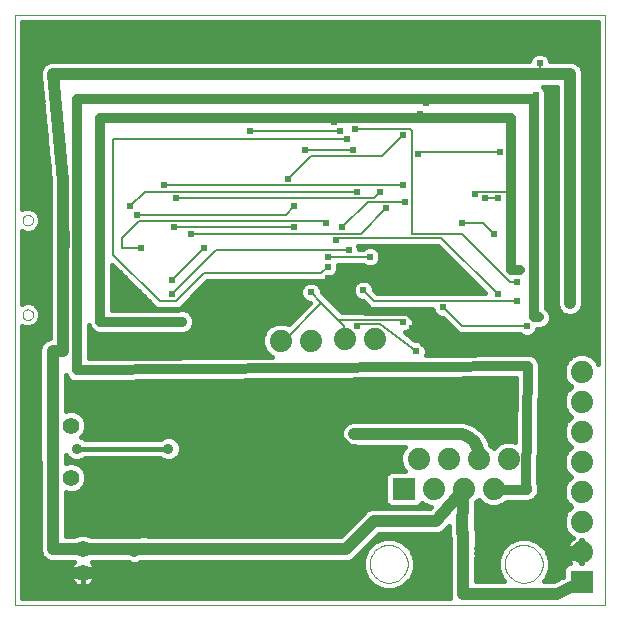
<source format=gbl>
G75*
G70*
%OFA0B0*%
%FSLAX24Y24*%
%IPPOS*%
%LPD*%
%AMOC8*
5,1,8,0,0,1.08239X$1,22.5*
%
%ADD10C,0.0000*%
%ADD11C,0.0560*%
%ADD12C,0.0554*%
%ADD13C,0.0740*%
%ADD14R,0.0740X0.0740*%
%ADD15C,0.0400*%
%ADD16C,0.0320*%
%ADD17C,0.0360*%
%ADD18C,0.0060*%
%ADD19C,0.0240*%
%ADD20C,0.0240*%
%ADD21C,0.0531*%
%ADD22C,0.0500*%
%ADD23C,0.0160*%
%ADD24C,0.0356*%
D10*
X004202Y003014D02*
X004202Y022699D01*
X023887Y022699D01*
X023887Y003014D01*
X004202Y003014D01*
X004460Y012699D02*
X004462Y012725D01*
X004468Y012751D01*
X004477Y012775D01*
X004490Y012798D01*
X004507Y012818D01*
X004526Y012836D01*
X004548Y012851D01*
X004571Y012862D01*
X004596Y012870D01*
X004622Y012874D01*
X004648Y012874D01*
X004674Y012870D01*
X004699Y012862D01*
X004723Y012851D01*
X004744Y012836D01*
X004763Y012818D01*
X004780Y012798D01*
X004793Y012775D01*
X004802Y012751D01*
X004808Y012725D01*
X004810Y012699D01*
X004808Y012673D01*
X004802Y012647D01*
X004793Y012623D01*
X004780Y012600D01*
X004763Y012580D01*
X004744Y012562D01*
X004722Y012547D01*
X004699Y012536D01*
X004674Y012528D01*
X004648Y012524D01*
X004622Y012524D01*
X004596Y012528D01*
X004571Y012536D01*
X004547Y012547D01*
X004526Y012562D01*
X004507Y012580D01*
X004490Y012600D01*
X004477Y012623D01*
X004468Y012647D01*
X004462Y012673D01*
X004460Y012699D01*
X004460Y015849D02*
X004462Y015875D01*
X004468Y015901D01*
X004477Y015925D01*
X004490Y015948D01*
X004507Y015968D01*
X004526Y015986D01*
X004548Y016001D01*
X004571Y016012D01*
X004596Y016020D01*
X004622Y016024D01*
X004648Y016024D01*
X004674Y016020D01*
X004699Y016012D01*
X004723Y016001D01*
X004744Y015986D01*
X004763Y015968D01*
X004780Y015948D01*
X004793Y015925D01*
X004802Y015901D01*
X004808Y015875D01*
X004810Y015849D01*
X004808Y015823D01*
X004802Y015797D01*
X004793Y015773D01*
X004780Y015750D01*
X004763Y015730D01*
X004744Y015712D01*
X004722Y015697D01*
X004699Y015686D01*
X004674Y015678D01*
X004648Y015674D01*
X004622Y015674D01*
X004596Y015678D01*
X004571Y015686D01*
X004547Y015697D01*
X004526Y015712D01*
X004507Y015730D01*
X004490Y015750D01*
X004477Y015773D01*
X004468Y015797D01*
X004462Y015823D01*
X004460Y015849D01*
X016037Y004392D02*
X016039Y004442D01*
X016045Y004492D01*
X016055Y004541D01*
X016069Y004589D01*
X016086Y004636D01*
X016107Y004681D01*
X016132Y004725D01*
X016160Y004766D01*
X016192Y004805D01*
X016226Y004842D01*
X016263Y004876D01*
X016303Y004906D01*
X016345Y004933D01*
X016389Y004957D01*
X016435Y004978D01*
X016482Y004994D01*
X016530Y005007D01*
X016580Y005016D01*
X016629Y005021D01*
X016680Y005022D01*
X016730Y005019D01*
X016779Y005012D01*
X016828Y005001D01*
X016876Y004986D01*
X016922Y004968D01*
X016967Y004946D01*
X017010Y004920D01*
X017051Y004891D01*
X017090Y004859D01*
X017126Y004824D01*
X017158Y004786D01*
X017188Y004746D01*
X017215Y004703D01*
X017238Y004659D01*
X017257Y004613D01*
X017273Y004565D01*
X017285Y004516D01*
X017293Y004467D01*
X017297Y004417D01*
X017297Y004367D01*
X017293Y004317D01*
X017285Y004268D01*
X017273Y004219D01*
X017257Y004171D01*
X017238Y004125D01*
X017215Y004081D01*
X017188Y004038D01*
X017158Y003998D01*
X017126Y003960D01*
X017090Y003925D01*
X017051Y003893D01*
X017010Y003864D01*
X016967Y003838D01*
X016922Y003816D01*
X016876Y003798D01*
X016828Y003783D01*
X016779Y003772D01*
X016730Y003765D01*
X016680Y003762D01*
X016629Y003763D01*
X016580Y003768D01*
X016530Y003777D01*
X016482Y003790D01*
X016435Y003806D01*
X016389Y003827D01*
X016345Y003851D01*
X016303Y003878D01*
X016263Y003908D01*
X016226Y003942D01*
X016192Y003979D01*
X016160Y004018D01*
X016132Y004059D01*
X016107Y004103D01*
X016086Y004148D01*
X016069Y004195D01*
X016055Y004243D01*
X016045Y004292D01*
X016039Y004342D01*
X016037Y004392D01*
X020537Y004392D02*
X020539Y004442D01*
X020545Y004492D01*
X020555Y004541D01*
X020569Y004589D01*
X020586Y004636D01*
X020607Y004681D01*
X020632Y004725D01*
X020660Y004766D01*
X020692Y004805D01*
X020726Y004842D01*
X020763Y004876D01*
X020803Y004906D01*
X020845Y004933D01*
X020889Y004957D01*
X020935Y004978D01*
X020982Y004994D01*
X021030Y005007D01*
X021080Y005016D01*
X021129Y005021D01*
X021180Y005022D01*
X021230Y005019D01*
X021279Y005012D01*
X021328Y005001D01*
X021376Y004986D01*
X021422Y004968D01*
X021467Y004946D01*
X021510Y004920D01*
X021551Y004891D01*
X021590Y004859D01*
X021626Y004824D01*
X021658Y004786D01*
X021688Y004746D01*
X021715Y004703D01*
X021738Y004659D01*
X021757Y004613D01*
X021773Y004565D01*
X021785Y004516D01*
X021793Y004467D01*
X021797Y004417D01*
X021797Y004367D01*
X021793Y004317D01*
X021785Y004268D01*
X021773Y004219D01*
X021757Y004171D01*
X021738Y004125D01*
X021715Y004081D01*
X021688Y004038D01*
X021658Y003998D01*
X021626Y003960D01*
X021590Y003925D01*
X021551Y003893D01*
X021510Y003864D01*
X021467Y003838D01*
X021422Y003816D01*
X021376Y003798D01*
X021328Y003783D01*
X021279Y003772D01*
X021230Y003765D01*
X021180Y003762D01*
X021129Y003763D01*
X021080Y003768D01*
X021030Y003777D01*
X020982Y003790D01*
X020935Y003806D01*
X020889Y003827D01*
X020845Y003851D01*
X020803Y003878D01*
X020763Y003908D01*
X020726Y003942D01*
X020692Y003979D01*
X020660Y004018D01*
X020632Y004059D01*
X020607Y004103D01*
X020586Y004148D01*
X020569Y004195D01*
X020555Y004243D01*
X020545Y004292D01*
X020539Y004342D01*
X020537Y004392D01*
D11*
X006466Y004097D03*
X006466Y004884D03*
D12*
X006072Y007266D03*
X006072Y008998D03*
D13*
X013062Y011831D03*
X014062Y011831D03*
X015210Y011872D03*
X016210Y011872D03*
X017667Y007892D03*
X018667Y007892D03*
X019667Y007892D03*
X020667Y007892D03*
X020167Y006892D03*
X019167Y006892D03*
X018167Y006892D03*
X023100Y006801D03*
X023100Y005801D03*
X023100Y004801D03*
X023100Y007801D03*
X023100Y008801D03*
X023100Y009801D03*
X023100Y010801D03*
D14*
X017167Y006892D03*
X023100Y003801D03*
D15*
X023082Y003784D01*
X022291Y003390D01*
X019141Y003386D01*
X019158Y005436D01*
X019121Y005436D01*
X019141Y006695D01*
X019167Y006892D01*
X018236Y005814D01*
X016172Y005814D01*
X015242Y004884D01*
X008484Y004884D01*
X008192Y004884D01*
X008192Y004834D01*
X008192Y004884D02*
X006515Y004884D01*
X006466Y004884D01*
X005482Y004884D01*
X005462Y008124D01*
X005462Y011484D01*
X005812Y011484D01*
X005812Y014431D01*
X005812Y017154D01*
X005482Y020731D01*
X021702Y020731D01*
X022706Y020731D01*
X022706Y013103D01*
X022332Y011774D02*
X020722Y011774D01*
X018062Y011774D01*
X017883Y011774D01*
X018769Y008723D02*
X016899Y008723D01*
X015521Y008723D01*
X015542Y008194D02*
X015332Y008194D01*
X014562Y008964D01*
X014562Y009314D01*
X015542Y007844D02*
X010712Y007844D01*
X011692Y004097D02*
X007142Y004097D01*
X006466Y004097D01*
X004933Y004097D01*
X004902Y011624D01*
X004902Y011694D01*
X005252Y012254D01*
X005252Y017644D01*
X004902Y017644D01*
X004902Y021616D01*
X023444Y021616D01*
X023444Y021284D01*
X023444Y011774D01*
X022332Y011774D01*
X018966Y008723D02*
X018769Y008723D01*
X018966Y008723D02*
X019016Y008721D01*
X019066Y008716D01*
X019115Y008707D01*
X019163Y008695D01*
X019211Y008679D01*
X019257Y008660D01*
X019302Y008637D01*
X019345Y008612D01*
X019386Y008583D01*
X019425Y008552D01*
X019462Y008518D01*
X019496Y008481D01*
X019527Y008442D01*
X019556Y008401D01*
X019581Y008358D01*
X019604Y008313D01*
X019623Y008267D01*
X019639Y008219D01*
X019651Y008171D01*
X019660Y008122D01*
X019665Y008072D01*
X019667Y008022D01*
X019667Y007892D01*
X015521Y004146D02*
X015521Y004097D01*
X011692Y004097D01*
X005812Y014431D02*
X005832Y015411D01*
D16*
X007057Y012463D02*
X007057Y019254D01*
X014842Y019254D01*
X017712Y019254D01*
X020738Y019254D01*
X020738Y016804D01*
X020738Y014185D01*
X021033Y014185D01*
X021525Y012610D02*
X021673Y012610D01*
X021525Y012610D02*
X021525Y019894D01*
X017922Y019894D01*
X006269Y019894D01*
X006269Y010839D01*
X021316Y010979D01*
X021250Y007075D01*
X021250Y007074D01*
X021282Y006864D01*
X020162Y006864D01*
X020092Y006864D01*
X021246Y006881D02*
X021250Y007075D01*
X009763Y012463D02*
X007057Y012463D01*
X008484Y004933D02*
X008484Y004884D01*
D17*
X008484Y004933D03*
X009320Y008231D03*
X006269Y008231D03*
X015521Y008723D03*
D18*
X017572Y011484D02*
X016382Y012394D01*
X015682Y012394D01*
X015612Y012324D01*
X015192Y012324D02*
X015192Y011904D01*
X015210Y011872D01*
X015192Y012324D02*
X014982Y012534D01*
X017082Y012534D01*
X017152Y012464D01*
X017292Y012674D02*
X017572Y012394D01*
X017432Y012254D01*
X017572Y012394D02*
X018062Y011904D01*
X018062Y011774D01*
X017292Y012674D02*
X015892Y012674D01*
X014632Y013934D01*
X014422Y014074D02*
X010502Y014074D01*
X009592Y013164D01*
X009032Y013164D01*
X007492Y014704D01*
X007492Y018554D01*
X015262Y018554D01*
X015472Y018204D02*
X013862Y018204D01*
X014072Y017994D02*
X016452Y017994D01*
X017152Y018694D01*
X017362Y018904D02*
X017432Y018834D01*
X017432Y015404D01*
X019112Y015404D01*
X020722Y013794D01*
X020932Y013794D01*
X020302Y013374D02*
X018412Y015264D01*
X014982Y015264D01*
X014912Y015194D01*
X015122Y015614D02*
X015962Y016454D01*
X017222Y016454D01*
X017152Y017014D02*
X009172Y017014D01*
X009592Y016594D02*
X016172Y016594D01*
X016382Y016804D01*
X016592Y016244D02*
X015752Y015404D01*
X010082Y015404D01*
X009522Y015614D02*
X013512Y015614D01*
X013232Y016034D02*
X008262Y016034D01*
X008332Y015824D02*
X007772Y015264D01*
X007772Y014914D01*
X008402Y014914D01*
X008332Y015824D02*
X014492Y015824D01*
X014562Y015754D01*
X015332Y014844D02*
X010922Y014844D01*
X009452Y013374D01*
X009452Y013864D02*
X010502Y014914D01*
X008542Y016804D02*
X015612Y016804D01*
X014072Y017994D02*
X013302Y017224D01*
X013512Y016314D02*
X013232Y016034D01*
X014632Y014634D02*
X016032Y014634D01*
X015822Y013514D02*
X016172Y013164D01*
X020932Y013164D01*
X021282Y012324D02*
X019112Y012324D01*
X018482Y012954D01*
X020722Y011904D02*
X020722Y011774D01*
X022332Y011774D02*
X022332Y011624D01*
X020162Y015404D02*
X019812Y015754D01*
X019112Y015754D01*
X019532Y016734D02*
X019602Y016804D01*
X020582Y016804D01*
X020738Y016804D01*
X020302Y016594D02*
X019882Y016594D01*
X020372Y018134D02*
X017712Y018134D01*
X017642Y018064D01*
X017362Y018904D02*
X015542Y018904D01*
X015052Y018834D02*
X012042Y018834D01*
X014842Y019114D02*
X014842Y019254D01*
X017712Y019254D02*
X017712Y019394D01*
X017922Y019744D02*
X017922Y019894D01*
X021525Y019894D02*
X021562Y020024D01*
X021702Y020731D02*
X021702Y021074D01*
X023382Y021284D02*
X023444Y021284D01*
X014632Y014284D02*
X014422Y014074D01*
X014072Y013444D02*
X014422Y013094D01*
X013162Y011834D01*
X013092Y011834D01*
X013062Y011831D01*
X014422Y013094D02*
X014982Y012534D01*
X020167Y006892D02*
X020162Y006864D01*
X023102Y004834D02*
X023102Y004764D01*
X023100Y004801D02*
X023102Y004834D01*
X008542Y016804D02*
X008052Y016314D01*
D19*
X008052Y016314D03*
X008262Y016034D03*
X008402Y014914D03*
X009522Y015614D03*
X010082Y015404D03*
X010502Y014914D03*
X009452Y013864D03*
X009452Y013374D03*
X009592Y016594D03*
X009172Y017014D03*
X012042Y018834D03*
X013302Y017224D03*
X013512Y016314D03*
X013512Y015614D03*
X014562Y015754D03*
X015122Y015614D03*
X014912Y015194D03*
X015332Y014844D03*
X014632Y014634D03*
X014632Y014284D03*
X014632Y013934D03*
X014072Y013444D03*
X015612Y012324D03*
X015822Y013514D03*
X016032Y014634D03*
X016592Y016244D03*
X016382Y016804D03*
X015612Y016804D03*
X015472Y018204D03*
X015262Y018554D03*
X015052Y018834D03*
X014842Y019114D03*
X015542Y018904D03*
X017152Y018694D03*
X017642Y018064D03*
X017152Y017014D03*
X017222Y016454D03*
X019112Y015754D03*
X019532Y016734D03*
X019882Y016594D03*
X020302Y016594D03*
X020162Y015404D03*
X020932Y013794D03*
X020302Y013374D03*
X020932Y013164D03*
X021282Y012324D03*
X020722Y011904D03*
X018482Y012954D03*
X017432Y012254D03*
X017152Y012464D03*
X017572Y011484D03*
X020372Y018134D03*
X021562Y020024D03*
X021702Y021074D03*
X023382Y021284D03*
X017922Y019744D03*
X017712Y019394D03*
X013862Y018204D03*
D20*
X011692Y004134D02*
X011692Y004097D01*
X007142Y004134D02*
X007142Y004097D01*
D21*
X007142Y004134D03*
X011692Y004134D03*
D22*
X022332Y004764D02*
X023102Y004764D01*
X022332Y004764D02*
X022332Y011624D01*
X022332Y011764D01*
D23*
X022756Y011316D02*
X022585Y011146D01*
X022492Y010922D01*
X022492Y010681D01*
X022585Y010457D01*
X022741Y010301D01*
X022585Y010146D01*
X022492Y009922D01*
X022492Y009681D01*
X022585Y009457D01*
X022741Y009301D01*
X022585Y009146D01*
X022492Y008922D01*
X022492Y008681D01*
X022585Y008457D01*
X022741Y008301D01*
X022585Y008146D01*
X022492Y007922D01*
X022492Y007681D01*
X022585Y007457D01*
X022741Y007301D01*
X022585Y007146D01*
X022492Y006922D01*
X022492Y006681D01*
X022585Y006457D01*
X022741Y006301D01*
X022585Y006146D01*
X022492Y005922D01*
X022492Y005681D01*
X022585Y005457D01*
X022756Y005286D01*
X022804Y005266D01*
X022742Y005221D01*
X022680Y005160D01*
X022629Y005090D01*
X022590Y005013D01*
X022563Y004930D01*
X022550Y004845D01*
X022550Y004821D01*
X023080Y004821D01*
X023080Y004781D01*
X023120Y004781D01*
X023120Y004409D01*
X023080Y004409D01*
X023080Y004781D01*
X022550Y004781D01*
X022550Y004758D01*
X022563Y004673D01*
X022590Y004590D01*
X022629Y004513D01*
X022680Y004443D01*
X022715Y004409D01*
X022631Y004409D01*
X022492Y004270D01*
X022492Y003979D01*
X022188Y003828D01*
X021829Y003827D01*
X021902Y003901D01*
X022034Y004219D01*
X022034Y004565D01*
X021902Y004883D01*
X021658Y005127D01*
X021339Y005259D01*
X020994Y005259D01*
X020675Y005127D01*
X020431Y004883D01*
X020299Y004565D01*
X020299Y004219D01*
X020431Y003901D01*
X020507Y003825D01*
X019582Y003824D01*
X019595Y005347D01*
X019596Y005349D01*
X019596Y005434D01*
X019597Y005519D01*
X019596Y005521D01*
X019596Y005523D01*
X019563Y005601D01*
X019561Y005606D01*
X019575Y006441D01*
X019667Y006533D01*
X019823Y006377D01*
X020046Y006284D01*
X020288Y006284D01*
X020511Y006377D01*
X020600Y006467D01*
X021235Y006467D01*
X021265Y006459D01*
X021313Y006467D01*
X021361Y006467D01*
X021390Y006479D01*
X021421Y006483D01*
X021463Y006509D01*
X021507Y006527D01*
X021530Y006549D01*
X021556Y006566D01*
X021585Y006605D01*
X021619Y006639D01*
X021631Y006668D01*
X021650Y006693D01*
X021661Y006740D01*
X021680Y006785D01*
X021680Y006816D01*
X021687Y006847D01*
X021680Y006895D01*
X021680Y006943D01*
X021668Y006972D01*
X021648Y007101D01*
X021712Y010898D01*
X021714Y010903D01*
X021714Y010977D01*
X021715Y011051D01*
X021713Y011056D01*
X021713Y011062D01*
X021684Y011130D01*
X021657Y011198D01*
X021653Y011202D01*
X021651Y011207D01*
X021598Y011259D01*
X021547Y011312D01*
X021542Y011314D01*
X021538Y011318D01*
X021470Y011345D01*
X021402Y011375D01*
X021397Y011375D01*
X021392Y011377D01*
X021318Y011376D01*
X021244Y011378D01*
X021239Y011376D01*
X017901Y011345D01*
X017930Y011413D01*
X017930Y011555D01*
X017875Y011687D01*
X017775Y011787D01*
X017643Y011841D01*
X017545Y011841D01*
X017198Y012107D01*
X017223Y012107D01*
X017355Y012161D01*
X017455Y012262D01*
X017510Y012393D01*
X017510Y012535D01*
X017455Y012667D01*
X017355Y012767D01*
X017223Y012821D01*
X017081Y012821D01*
X017033Y012801D01*
X015093Y012801D01*
X014649Y013246D01*
X014574Y013321D01*
X014574Y013321D01*
X014430Y013465D01*
X014430Y013515D01*
X014375Y013647D01*
X014275Y013747D01*
X014143Y013801D01*
X014001Y013801D01*
X013870Y013747D01*
X013769Y013647D01*
X013715Y013515D01*
X013715Y013373D01*
X013769Y013242D01*
X013870Y013141D01*
X014001Y013087D01*
X014036Y013087D01*
X013328Y012378D01*
X013183Y012438D01*
X012941Y012438D01*
X012718Y012346D01*
X012547Y012175D01*
X012455Y011952D01*
X012455Y011710D01*
X012547Y011487D01*
X012718Y011316D01*
X012764Y011297D01*
X006667Y011240D01*
X006667Y012366D01*
X006720Y012238D01*
X006831Y012126D01*
X006977Y012065D01*
X009637Y012065D01*
X009681Y012047D01*
X009846Y012047D01*
X009999Y012111D01*
X010116Y012227D01*
X010179Y012380D01*
X010179Y012546D01*
X010116Y012698D01*
X009999Y012815D01*
X009846Y012878D01*
X009681Y012878D01*
X009637Y012860D01*
X007454Y012860D01*
X007454Y014364D01*
X008881Y012937D01*
X008979Y012897D01*
X009645Y012897D01*
X009744Y012937D01*
X010613Y013807D01*
X014475Y013807D01*
X014574Y013847D01*
X014649Y013923D01*
X014653Y013927D01*
X014703Y013927D01*
X014835Y013981D01*
X014935Y014082D01*
X014990Y014213D01*
X014990Y014355D01*
X014985Y014367D01*
X015794Y014367D01*
X015830Y014331D01*
X015961Y014277D01*
X016103Y014277D01*
X016235Y014331D01*
X016335Y014432D01*
X016390Y014563D01*
X016390Y014705D01*
X016335Y014837D01*
X016235Y014937D01*
X016103Y014991D01*
X015961Y014991D01*
X015830Y014937D01*
X015794Y014901D01*
X015690Y014901D01*
X015690Y014915D01*
X015656Y014997D01*
X018301Y014997D01*
X019866Y013431D01*
X016283Y013431D01*
X016180Y013535D01*
X016180Y013585D01*
X016125Y013717D01*
X016025Y013817D01*
X015893Y013871D01*
X015751Y013871D01*
X015620Y013817D01*
X015519Y013717D01*
X015465Y013585D01*
X015465Y013443D01*
X015519Y013312D01*
X015620Y013211D01*
X015751Y013157D01*
X015801Y013157D01*
X015945Y013013D01*
X016021Y012937D01*
X016119Y012897D01*
X018125Y012897D01*
X018125Y012883D01*
X018179Y012752D01*
X018280Y012651D01*
X018411Y012597D01*
X018461Y012597D01*
X018885Y012173D01*
X018961Y012097D01*
X019059Y012057D01*
X021044Y012057D01*
X021080Y012021D01*
X021211Y011967D01*
X021353Y011967D01*
X021485Y012021D01*
X021585Y012122D01*
X021623Y012213D01*
X021752Y012213D01*
X021898Y012274D01*
X022010Y012385D01*
X022070Y012531D01*
X022070Y012690D01*
X022010Y012836D01*
X021922Y012923D01*
X021922Y019973D01*
X021920Y019980D01*
X021920Y020095D01*
X021865Y020227D01*
X021799Y020293D01*
X022269Y020293D01*
X022269Y013016D01*
X022335Y012855D01*
X022458Y012732D01*
X022619Y012665D01*
X022793Y012665D01*
X022954Y012732D01*
X023077Y012855D01*
X023144Y013016D01*
X023144Y020818D01*
X023077Y020978D01*
X022954Y021101D01*
X022793Y021168D01*
X022050Y021168D01*
X022005Y021277D01*
X021905Y021377D01*
X021773Y021431D01*
X021631Y021431D01*
X021500Y021377D01*
X021399Y021277D01*
X021354Y021168D01*
X005548Y021168D01*
X005528Y021174D01*
X005462Y021168D01*
X005395Y021168D01*
X005375Y021160D01*
X005355Y021158D01*
X005296Y021127D01*
X005234Y021101D01*
X005219Y021087D01*
X005201Y021077D01*
X005158Y021026D01*
X005111Y020978D01*
X005103Y020959D01*
X005090Y020943D01*
X005070Y020879D01*
X005044Y020818D01*
X005044Y020797D01*
X005038Y020777D01*
X005044Y020710D01*
X005044Y020644D01*
X005052Y020624D01*
X005375Y017134D01*
X005375Y014436D01*
X005373Y014353D01*
X005375Y014349D01*
X005375Y011921D01*
X005214Y011855D01*
X005091Y011732D01*
X005025Y011571D01*
X005025Y008210D01*
X005024Y008208D01*
X005025Y008123D01*
X005025Y008037D01*
X005025Y008036D01*
X005044Y004883D01*
X005044Y004797D01*
X005045Y004796D01*
X005045Y004794D01*
X005078Y004716D01*
X005111Y004636D01*
X005112Y004635D01*
X005112Y004634D01*
X005173Y004574D01*
X005234Y004513D01*
X005235Y004513D01*
X005236Y004512D01*
X005315Y004479D01*
X005395Y004447D01*
X005396Y004447D01*
X005397Y004446D01*
X005483Y004447D01*
X006165Y004447D01*
X006115Y004396D01*
X006073Y004338D01*
X006040Y004273D01*
X006017Y004204D01*
X006006Y004133D01*
X006006Y004097D01*
X006466Y004097D01*
X006926Y004097D01*
X006926Y004133D01*
X006915Y004204D01*
X006892Y004273D01*
X006859Y004338D01*
X006817Y004396D01*
X006767Y004447D01*
X007984Y004447D01*
X008105Y004397D01*
X008279Y004397D01*
X008400Y004447D01*
X015329Y004447D01*
X015490Y004513D01*
X016353Y005377D01*
X018166Y005377D01*
X018182Y005371D01*
X018252Y005377D01*
X018323Y005377D01*
X018339Y005383D01*
X018355Y005384D01*
X018419Y005416D01*
X018484Y005443D01*
X018496Y005455D01*
X018511Y005462D01*
X018557Y005516D01*
X018607Y005566D01*
X018614Y005582D01*
X018687Y005667D01*
X018685Y005526D01*
X018684Y005523D01*
X018684Y005439D01*
X018682Y005356D01*
X018684Y005352D01*
X018684Y005349D01*
X018716Y005271D01*
X018719Y005262D01*
X018704Y003475D01*
X018703Y003472D01*
X018704Y003388D01*
X018703Y003303D01*
X018704Y003301D01*
X018704Y003298D01*
X018723Y003251D01*
X004440Y003251D01*
X004440Y012334D01*
X004553Y012287D01*
X004717Y012287D01*
X004869Y012349D01*
X004985Y012465D01*
X005048Y012617D01*
X005048Y012781D01*
X004985Y012933D01*
X004869Y013049D01*
X004717Y013112D01*
X004553Y013112D01*
X004440Y013065D01*
X004440Y015483D01*
X004553Y015436D01*
X004717Y015436D01*
X004869Y015499D01*
X004985Y015615D01*
X005048Y015767D01*
X005048Y015931D01*
X004985Y016082D01*
X004869Y016198D01*
X004717Y016261D01*
X004553Y016261D01*
X004440Y016214D01*
X004440Y022462D01*
X023650Y022462D01*
X023650Y011061D01*
X023615Y011146D01*
X023444Y011316D01*
X023221Y011409D01*
X022979Y011409D01*
X022756Y011316D01*
X022695Y011256D02*
X021601Y011256D01*
X021698Y011098D02*
X022565Y011098D01*
X022499Y010939D02*
X021714Y010939D01*
X021710Y010781D02*
X022492Y010781D01*
X022517Y010622D02*
X021708Y010622D01*
X021705Y010464D02*
X022582Y010464D01*
X022737Y010305D02*
X021702Y010305D01*
X021700Y010147D02*
X022586Y010147D01*
X022520Y009988D02*
X021697Y009988D01*
X021694Y009830D02*
X022492Y009830D01*
X022496Y009671D02*
X021691Y009671D01*
X021689Y009513D02*
X022562Y009513D01*
X022688Y009354D02*
X021686Y009354D01*
X021683Y009196D02*
X022635Y009196D01*
X022540Y009037D02*
X021681Y009037D01*
X021678Y008879D02*
X022492Y008879D01*
X022492Y008720D02*
X021675Y008720D01*
X021673Y008562D02*
X022542Y008562D01*
X022639Y008403D02*
X021670Y008403D01*
X021667Y008245D02*
X022684Y008245D01*
X022560Y008086D02*
X021664Y008086D01*
X021662Y007928D02*
X022495Y007928D01*
X022492Y007769D02*
X021659Y007769D01*
X021656Y007611D02*
X022521Y007611D01*
X022590Y007452D02*
X021654Y007452D01*
X021651Y007294D02*
X022733Y007294D01*
X022580Y007135D02*
X021648Y007135D01*
X021667Y006977D02*
X022515Y006977D01*
X022492Y006818D02*
X021680Y006818D01*
X021628Y006660D02*
X022501Y006660D01*
X022567Y006501D02*
X021450Y006501D01*
X020428Y006343D02*
X022700Y006343D01*
X022623Y006184D02*
X019570Y006184D01*
X019568Y006026D02*
X022535Y006026D01*
X022492Y005867D02*
X019565Y005867D01*
X019563Y005709D02*
X022492Y005709D01*
X022546Y005550D02*
X019585Y005550D01*
X019596Y005392D02*
X022651Y005392D01*
X022758Y005233D02*
X021403Y005233D01*
X021711Y005075D02*
X022622Y005075D01*
X022561Y004916D02*
X021869Y004916D01*
X021954Y004758D02*
X022550Y004758D01*
X022587Y004599D02*
X022020Y004599D01*
X022034Y004441D02*
X022683Y004441D01*
X022505Y004282D02*
X022034Y004282D01*
X021994Y004124D02*
X022492Y004124D01*
X022464Y003965D02*
X021929Y003965D01*
X023080Y004441D02*
X023120Y004441D01*
X023120Y004599D02*
X023080Y004599D01*
X023080Y004758D02*
X023120Y004758D01*
X023120Y004821D02*
X023120Y005194D01*
X023080Y005194D01*
X023080Y004821D01*
X023120Y004821D01*
X023120Y004916D02*
X023080Y004916D01*
X023080Y005075D02*
X023120Y005075D01*
X020931Y005233D02*
X019594Y005233D01*
X019593Y005075D02*
X020623Y005075D01*
X020464Y004916D02*
X019591Y004916D01*
X019590Y004758D02*
X020379Y004758D01*
X020314Y004599D02*
X019589Y004599D01*
X019587Y004441D02*
X020299Y004441D01*
X020299Y004282D02*
X019586Y004282D01*
X019585Y004124D02*
X020339Y004124D01*
X020405Y003965D02*
X019583Y003965D01*
X018708Y003965D02*
X017429Y003965D01*
X017402Y003901D02*
X017534Y004219D01*
X017534Y004565D01*
X017402Y004883D01*
X017158Y005127D01*
X016839Y005259D01*
X016494Y005259D01*
X016175Y005127D01*
X015931Y004883D01*
X015799Y004565D01*
X015799Y004219D01*
X015931Y003901D01*
X016175Y003657D01*
X016494Y003525D01*
X016839Y003525D01*
X017158Y003657D01*
X017402Y003901D01*
X017308Y003807D02*
X018707Y003807D01*
X018706Y003648D02*
X017137Y003648D01*
X017494Y004124D02*
X018710Y004124D01*
X018711Y004282D02*
X017534Y004282D01*
X017534Y004441D02*
X018712Y004441D01*
X018714Y004599D02*
X017520Y004599D01*
X017454Y004758D02*
X018715Y004758D01*
X018716Y004916D02*
X017369Y004916D01*
X017211Y005075D02*
X018718Y005075D01*
X018719Y005233D02*
X016903Y005233D01*
X016431Y005233D02*
X016210Y005233D01*
X016123Y005075D02*
X016051Y005075D01*
X015964Y004916D02*
X015893Y004916D01*
X015879Y004758D02*
X015734Y004758D01*
X015814Y004599D02*
X015576Y004599D01*
X015799Y004441D02*
X008385Y004441D01*
X007999Y004441D02*
X006773Y004441D01*
X006888Y004282D02*
X015799Y004282D01*
X015839Y004124D02*
X006926Y004124D01*
X006926Y004097D02*
X006466Y004097D01*
X006466Y004097D01*
X006466Y004097D01*
X006006Y004097D01*
X006006Y004060D01*
X006017Y003989D01*
X006040Y003920D01*
X006073Y003856D01*
X006115Y003797D01*
X006166Y003746D01*
X006225Y003703D01*
X006289Y003670D01*
X006358Y003648D01*
X006430Y003637D01*
X006466Y003637D01*
X006502Y003637D01*
X006574Y003648D01*
X006643Y003670D01*
X006707Y003703D01*
X006766Y003746D01*
X006817Y003797D01*
X006859Y003856D01*
X006892Y003920D01*
X006915Y003989D01*
X006926Y004060D01*
X006926Y004097D01*
X006907Y003965D02*
X015905Y003965D01*
X016025Y003807D02*
X006824Y003807D01*
X006574Y003648D02*
X016196Y003648D01*
X015061Y005322D02*
X008637Y005322D01*
X008567Y005351D01*
X008401Y005351D01*
X008330Y005322D01*
X006760Y005322D01*
X006759Y005323D01*
X006569Y005402D01*
X006363Y005402D01*
X006173Y005323D01*
X006172Y005322D01*
X005917Y005322D01*
X005908Y006777D01*
X005970Y006751D01*
X006175Y006751D01*
X006364Y006830D01*
X006509Y006974D01*
X006587Y007164D01*
X006587Y007368D01*
X006509Y007558D01*
X006364Y007702D01*
X006175Y007781D01*
X005970Y007781D01*
X005902Y007752D01*
X005900Y008030D01*
X005915Y007994D01*
X006033Y007877D01*
X006186Y007813D01*
X006352Y007813D01*
X006506Y007877D01*
X006542Y007913D01*
X009047Y007913D01*
X009084Y007877D01*
X009237Y007813D01*
X009403Y007813D01*
X009557Y007877D01*
X009674Y007994D01*
X009738Y008148D01*
X009738Y008314D01*
X009674Y008467D01*
X009557Y008584D01*
X009403Y008648D01*
X009237Y008648D01*
X009084Y008584D01*
X009047Y008548D01*
X006542Y008548D01*
X006506Y008584D01*
X006421Y008619D01*
X006509Y008707D01*
X006587Y008896D01*
X006587Y009101D01*
X006509Y009290D01*
X006364Y009435D01*
X006175Y009513D01*
X005970Y009513D01*
X005900Y009484D01*
X005900Y010692D01*
X005903Y010685D01*
X005932Y010614D01*
X005933Y010612D01*
X005934Y010611D01*
X005989Y010556D01*
X006044Y010502D01*
X006046Y010501D01*
X006047Y010500D01*
X006119Y010471D01*
X006190Y010441D01*
X006192Y010441D01*
X006194Y010441D01*
X006271Y010441D01*
X006348Y010441D01*
X006350Y010442D01*
X020912Y010578D01*
X020876Y008463D01*
X020788Y008499D01*
X020546Y008499D01*
X020323Y008407D01*
X020167Y008251D01*
X020051Y008367D01*
X019993Y008545D01*
X019781Y008837D01*
X019489Y009049D01*
X019146Y009160D01*
X015434Y009160D01*
X015273Y009094D01*
X015150Y008970D01*
X015084Y008810D01*
X015084Y008636D01*
X015150Y008475D01*
X015273Y008352D01*
X015434Y008285D01*
X017201Y008285D01*
X017152Y008236D01*
X017059Y008013D01*
X017059Y007771D01*
X017152Y007548D01*
X017200Y007499D01*
X016698Y007499D01*
X016559Y007360D01*
X016559Y006424D01*
X016698Y006284D01*
X017635Y006284D01*
X017774Y006424D01*
X017774Y006425D01*
X017823Y006377D01*
X018046Y006284D01*
X018065Y006284D01*
X018036Y006251D01*
X016085Y006251D01*
X015924Y006185D01*
X015801Y006062D01*
X015061Y005322D01*
X015131Y005392D02*
X006593Y005392D01*
X006339Y005392D02*
X005916Y005392D01*
X005915Y005550D02*
X015289Y005550D01*
X015448Y005709D02*
X005914Y005709D01*
X005913Y005867D02*
X015606Y005867D01*
X015765Y006026D02*
X005912Y006026D01*
X005911Y006184D02*
X015923Y006184D01*
X016559Y006501D02*
X005909Y006501D01*
X005910Y006343D02*
X016640Y006343D01*
X016559Y006660D02*
X005908Y006660D01*
X006336Y006818D02*
X016559Y006818D01*
X016559Y006977D02*
X006509Y006977D01*
X006575Y007135D02*
X016559Y007135D01*
X016559Y007294D02*
X006587Y007294D01*
X006552Y007452D02*
X016651Y007452D01*
X017126Y007611D02*
X006456Y007611D01*
X006203Y007769D02*
X017060Y007769D01*
X017059Y007928D02*
X009608Y007928D01*
X009712Y008086D02*
X017090Y008086D01*
X017160Y008245D02*
X009738Y008245D01*
X009701Y008403D02*
X015222Y008403D01*
X015114Y008562D02*
X009580Y008562D01*
X009320Y008231D02*
X006269Y008231D01*
X005982Y007928D02*
X005901Y007928D01*
X005902Y007769D02*
X005942Y007769D01*
X005027Y007769D02*
X004440Y007769D01*
X004440Y007611D02*
X005028Y007611D01*
X005029Y007452D02*
X004440Y007452D01*
X004440Y007294D02*
X005030Y007294D01*
X005031Y007135D02*
X004440Y007135D01*
X004440Y006977D02*
X005032Y006977D01*
X005033Y006818D02*
X004440Y006818D01*
X004440Y006660D02*
X005034Y006660D01*
X005034Y006501D02*
X004440Y006501D01*
X004440Y006343D02*
X005035Y006343D01*
X005036Y006184D02*
X004440Y006184D01*
X004440Y006026D02*
X005037Y006026D01*
X005038Y005867D02*
X004440Y005867D01*
X004440Y005709D02*
X005039Y005709D01*
X005040Y005550D02*
X004440Y005550D01*
X004440Y005392D02*
X005041Y005392D01*
X005042Y005233D02*
X004440Y005233D01*
X004440Y005075D02*
X005043Y005075D01*
X005044Y004916D02*
X004440Y004916D01*
X004440Y004758D02*
X005060Y004758D01*
X005148Y004599D02*
X004440Y004599D01*
X004440Y004441D02*
X006159Y004441D01*
X006044Y004282D02*
X004440Y004282D01*
X004440Y004124D02*
X006006Y004124D01*
X006025Y003965D02*
X004440Y003965D01*
X004440Y003807D02*
X006108Y003807D01*
X006358Y003648D02*
X004440Y003648D01*
X004440Y003490D02*
X018704Y003490D01*
X018703Y003331D02*
X004440Y003331D01*
X006466Y003637D02*
X006466Y004097D01*
X006466Y003637D01*
X006466Y003648D02*
X006466Y003648D01*
X006466Y003807D02*
X006466Y003807D01*
X006466Y003965D02*
X006466Y003965D01*
X006466Y004097D02*
X006466Y004097D01*
X005026Y007928D02*
X004440Y007928D01*
X004440Y008086D02*
X005025Y008086D01*
X005025Y008245D02*
X004440Y008245D01*
X004440Y008403D02*
X005025Y008403D01*
X005025Y008562D02*
X004440Y008562D01*
X004440Y008720D02*
X005025Y008720D01*
X005025Y008879D02*
X004440Y008879D01*
X004440Y009037D02*
X005025Y009037D01*
X005025Y009196D02*
X004440Y009196D01*
X004440Y009354D02*
X005025Y009354D01*
X005025Y009513D02*
X004440Y009513D01*
X004440Y009671D02*
X005025Y009671D01*
X005025Y009830D02*
X004440Y009830D01*
X004440Y009988D02*
X005025Y009988D01*
X005025Y010147D02*
X004440Y010147D01*
X004440Y010305D02*
X005025Y010305D01*
X005025Y010464D02*
X004440Y010464D01*
X004440Y010622D02*
X005025Y010622D01*
X005025Y010781D02*
X004440Y010781D01*
X004440Y010939D02*
X005025Y010939D01*
X005025Y011098D02*
X004440Y011098D01*
X004440Y011256D02*
X005025Y011256D01*
X005025Y011415D02*
X004440Y011415D01*
X004440Y011573D02*
X005026Y011573D01*
X005091Y011732D02*
X004440Y011732D01*
X004440Y011890D02*
X005299Y011890D01*
X005375Y012049D02*
X004440Y012049D01*
X004440Y012207D02*
X005375Y012207D01*
X005375Y012366D02*
X004885Y012366D01*
X005009Y012524D02*
X005375Y012524D01*
X005375Y012683D02*
X005048Y012683D01*
X005023Y012841D02*
X005375Y012841D01*
X005375Y013000D02*
X004918Y013000D01*
X005375Y013158D02*
X004440Y013158D01*
X004440Y013317D02*
X005375Y013317D01*
X005375Y013475D02*
X004440Y013475D01*
X004440Y013634D02*
X005375Y013634D01*
X005375Y013792D02*
X004440Y013792D01*
X004440Y013951D02*
X005375Y013951D01*
X005375Y014109D02*
X004440Y014109D01*
X004440Y014268D02*
X005375Y014268D01*
X005375Y014426D02*
X004440Y014426D01*
X004440Y014585D02*
X005375Y014585D01*
X005375Y014743D02*
X004440Y014743D01*
X004440Y014902D02*
X005375Y014902D01*
X005375Y015060D02*
X004440Y015060D01*
X004440Y015219D02*
X005375Y015219D01*
X005375Y015377D02*
X004440Y015377D01*
X004905Y015536D02*
X005375Y015536D01*
X005375Y015694D02*
X005018Y015694D01*
X005048Y015853D02*
X005375Y015853D01*
X005375Y016011D02*
X005014Y016011D01*
X004898Y016170D02*
X005375Y016170D01*
X005375Y016328D02*
X004440Y016328D01*
X004440Y016487D02*
X005375Y016487D01*
X005375Y016645D02*
X004440Y016645D01*
X004440Y016804D02*
X005375Y016804D01*
X005375Y016962D02*
X004440Y016962D01*
X004440Y017121D02*
X005375Y017121D01*
X005361Y017279D02*
X004440Y017279D01*
X004440Y017438D02*
X005347Y017438D01*
X005332Y017596D02*
X004440Y017596D01*
X004440Y017755D02*
X005317Y017755D01*
X005303Y017913D02*
X004440Y017913D01*
X004440Y018072D02*
X005288Y018072D01*
X005273Y018230D02*
X004440Y018230D01*
X004440Y018389D02*
X005259Y018389D01*
X005244Y018547D02*
X004440Y018547D01*
X004440Y018706D02*
X005229Y018706D01*
X005215Y018864D02*
X004440Y018864D01*
X004440Y019023D02*
X005200Y019023D01*
X005186Y019181D02*
X004440Y019181D01*
X004440Y019340D02*
X005171Y019340D01*
X005156Y019498D02*
X004440Y019498D01*
X004440Y019657D02*
X005142Y019657D01*
X005127Y019815D02*
X004440Y019815D01*
X004440Y019974D02*
X005112Y019974D01*
X005098Y020132D02*
X004440Y020132D01*
X004440Y020291D02*
X005083Y020291D01*
X005068Y020449D02*
X004440Y020449D01*
X004440Y020608D02*
X005054Y020608D01*
X005039Y020766D02*
X004440Y020766D01*
X004440Y020925D02*
X005084Y020925D01*
X005212Y021083D02*
X004440Y021083D01*
X004440Y021242D02*
X021385Y021242D01*
X021555Y021400D02*
X004440Y021400D01*
X004440Y021559D02*
X023650Y021559D01*
X023650Y021717D02*
X004440Y021717D01*
X004440Y021876D02*
X023650Y021876D01*
X023650Y022034D02*
X004440Y022034D01*
X004440Y022193D02*
X023650Y022193D01*
X023650Y022351D02*
X004440Y022351D01*
X007454Y014268D02*
X007550Y014268D01*
X007454Y014109D02*
X007709Y014109D01*
X007867Y013951D02*
X007454Y013951D01*
X007454Y013792D02*
X008026Y013792D01*
X008184Y013634D02*
X007454Y013634D01*
X007454Y013475D02*
X008343Y013475D01*
X008501Y013317D02*
X007454Y013317D01*
X007454Y013158D02*
X008660Y013158D01*
X008818Y013000D02*
X007454Y013000D01*
X006750Y012207D02*
X006667Y012207D01*
X006667Y012049D02*
X009677Y012049D01*
X009849Y012049D02*
X012495Y012049D01*
X012455Y011890D02*
X006667Y011890D01*
X006667Y011732D02*
X012455Y011732D01*
X012511Y011573D02*
X006667Y011573D01*
X006667Y011415D02*
X012619Y011415D01*
X012579Y012207D02*
X010095Y012207D01*
X010173Y012366D02*
X012766Y012366D01*
X013474Y012524D02*
X010179Y012524D01*
X010122Y012683D02*
X013632Y012683D01*
X013791Y012841D02*
X009936Y012841D01*
X009806Y013000D02*
X013949Y013000D01*
X013853Y013158D02*
X009964Y013158D01*
X010123Y013317D02*
X013738Y013317D01*
X013715Y013475D02*
X010281Y013475D01*
X010440Y013634D02*
X013764Y013634D01*
X013978Y013792D02*
X010598Y013792D01*
X008388Y011256D02*
X006667Y011256D01*
X005929Y010622D02*
X005900Y010622D01*
X005900Y010464D02*
X006136Y010464D01*
X005900Y010305D02*
X020907Y010305D01*
X020905Y010147D02*
X005900Y010147D01*
X005900Y009988D02*
X020902Y009988D01*
X020899Y009830D02*
X005900Y009830D01*
X005900Y009671D02*
X020896Y009671D01*
X020894Y009513D02*
X006176Y009513D01*
X005969Y009513D02*
X005900Y009513D01*
X006444Y009354D02*
X020891Y009354D01*
X020888Y009196D02*
X006548Y009196D01*
X006587Y009037D02*
X015217Y009037D01*
X015112Y008879D02*
X006580Y008879D01*
X006514Y008720D02*
X015084Y008720D01*
X017693Y006343D02*
X017906Y006343D01*
X018591Y005550D02*
X018685Y005550D01*
X018683Y005392D02*
X018370Y005392D01*
X019573Y006343D02*
X019906Y006343D01*
X019699Y006501D02*
X019635Y006501D01*
X020039Y008403D02*
X020319Y008403D01*
X019993Y008545D02*
X019993Y008545D01*
X019981Y008562D02*
X020877Y008562D01*
X020880Y008720D02*
X019866Y008720D01*
X019781Y008837D02*
X019781Y008837D01*
X019781Y008837D01*
X019723Y008879D02*
X020883Y008879D01*
X020886Y009037D02*
X019505Y009037D01*
X020910Y010464D02*
X008656Y010464D01*
X009061Y008562D02*
X006529Y008562D01*
X014166Y013792D02*
X015595Y013792D01*
X015485Y013634D02*
X014381Y013634D01*
X014430Y013475D02*
X015465Y013475D01*
X015517Y013317D02*
X014578Y013317D01*
X014649Y013246D02*
X014649Y013246D01*
X014736Y013158D02*
X015747Y013158D01*
X015958Y013000D02*
X014895Y013000D01*
X015053Y012841D02*
X018142Y012841D01*
X018248Y012683D02*
X017439Y012683D01*
X017510Y012524D02*
X018534Y012524D01*
X018692Y012366D02*
X017498Y012366D01*
X017401Y012207D02*
X018851Y012207D01*
X017922Y011573D02*
X023650Y011573D01*
X023650Y011415D02*
X017930Y011415D01*
X017830Y011732D02*
X023650Y011732D01*
X023650Y011890D02*
X017482Y011890D01*
X017274Y012049D02*
X021052Y012049D01*
X021512Y012049D02*
X023650Y012049D01*
X023650Y012207D02*
X021621Y012207D01*
X021990Y012366D02*
X023650Y012366D01*
X023650Y012524D02*
X022067Y012524D01*
X022070Y012683D02*
X022577Y012683D01*
X022835Y012683D02*
X023650Y012683D01*
X023650Y012841D02*
X023063Y012841D01*
X023137Y013000D02*
X023650Y013000D01*
X023650Y013158D02*
X023144Y013158D01*
X023144Y013317D02*
X023650Y013317D01*
X023650Y013475D02*
X023144Y013475D01*
X023144Y013634D02*
X023650Y013634D01*
X023650Y013792D02*
X023144Y013792D01*
X023144Y013951D02*
X023650Y013951D01*
X023650Y014109D02*
X023144Y014109D01*
X023144Y014268D02*
X023650Y014268D01*
X023650Y014426D02*
X023144Y014426D01*
X023144Y014585D02*
X023650Y014585D01*
X023650Y014743D02*
X023144Y014743D01*
X023144Y014902D02*
X023650Y014902D01*
X023650Y015060D02*
X023144Y015060D01*
X023144Y015219D02*
X023650Y015219D01*
X023650Y015377D02*
X023144Y015377D01*
X023144Y015536D02*
X023650Y015536D01*
X023650Y015694D02*
X023144Y015694D01*
X023144Y015853D02*
X023650Y015853D01*
X023650Y016011D02*
X023144Y016011D01*
X023144Y016170D02*
X023650Y016170D01*
X023650Y016328D02*
X023144Y016328D01*
X023144Y016487D02*
X023650Y016487D01*
X023650Y016645D02*
X023144Y016645D01*
X023144Y016804D02*
X023650Y016804D01*
X023650Y016962D02*
X023144Y016962D01*
X023144Y017121D02*
X023650Y017121D01*
X023650Y017279D02*
X023144Y017279D01*
X023144Y017438D02*
X023650Y017438D01*
X023650Y017596D02*
X023144Y017596D01*
X023144Y017755D02*
X023650Y017755D01*
X023650Y017913D02*
X023144Y017913D01*
X023144Y018072D02*
X023650Y018072D01*
X023650Y018230D02*
X023144Y018230D01*
X023144Y018389D02*
X023650Y018389D01*
X023650Y018547D02*
X023144Y018547D01*
X023144Y018706D02*
X023650Y018706D01*
X023650Y018864D02*
X023144Y018864D01*
X023144Y019023D02*
X023650Y019023D01*
X023650Y019181D02*
X023144Y019181D01*
X023144Y019340D02*
X023650Y019340D01*
X023650Y019498D02*
X023144Y019498D01*
X023144Y019657D02*
X023650Y019657D01*
X023650Y019815D02*
X023144Y019815D01*
X023144Y019974D02*
X023650Y019974D01*
X023650Y020132D02*
X023144Y020132D01*
X023144Y020291D02*
X023650Y020291D01*
X023650Y020449D02*
X023144Y020449D01*
X023144Y020608D02*
X023650Y020608D01*
X023650Y020766D02*
X023144Y020766D01*
X023099Y020925D02*
X023650Y020925D01*
X023650Y021083D02*
X022972Y021083D01*
X023650Y021242D02*
X022020Y021242D01*
X021849Y021400D02*
X023650Y021400D01*
X022269Y020291D02*
X021801Y020291D01*
X021904Y020132D02*
X022269Y020132D01*
X022269Y019974D02*
X021922Y019974D01*
X021922Y019815D02*
X022269Y019815D01*
X022269Y019657D02*
X021922Y019657D01*
X021922Y019498D02*
X022269Y019498D01*
X022269Y019340D02*
X021922Y019340D01*
X021922Y019181D02*
X022269Y019181D01*
X022269Y019023D02*
X021922Y019023D01*
X021922Y018864D02*
X022269Y018864D01*
X022269Y018706D02*
X021922Y018706D01*
X021922Y018547D02*
X022269Y018547D01*
X022269Y018389D02*
X021922Y018389D01*
X021922Y018230D02*
X022269Y018230D01*
X022269Y018072D02*
X021922Y018072D01*
X021922Y017913D02*
X022269Y017913D01*
X022269Y017755D02*
X021922Y017755D01*
X021922Y017596D02*
X022269Y017596D01*
X022269Y017438D02*
X021922Y017438D01*
X021922Y017279D02*
X022269Y017279D01*
X022269Y017121D02*
X021922Y017121D01*
X021922Y016962D02*
X022269Y016962D01*
X022269Y016804D02*
X021922Y016804D01*
X021922Y016645D02*
X022269Y016645D01*
X022269Y016487D02*
X021922Y016487D01*
X021922Y016328D02*
X022269Y016328D01*
X022269Y016170D02*
X021922Y016170D01*
X021922Y016011D02*
X022269Y016011D01*
X022269Y015853D02*
X021922Y015853D01*
X021922Y015694D02*
X022269Y015694D01*
X022269Y015536D02*
X021922Y015536D01*
X021922Y015377D02*
X022269Y015377D01*
X022269Y015219D02*
X021922Y015219D01*
X021922Y015060D02*
X022269Y015060D01*
X022269Y014902D02*
X021922Y014902D01*
X021922Y014743D02*
X022269Y014743D01*
X022269Y014585D02*
X021922Y014585D01*
X021922Y014426D02*
X022269Y014426D01*
X022269Y014268D02*
X021922Y014268D01*
X021922Y014109D02*
X022269Y014109D01*
X022269Y013951D02*
X021922Y013951D01*
X021922Y013792D02*
X022269Y013792D01*
X022269Y013634D02*
X021922Y013634D01*
X021922Y013475D02*
X022269Y013475D01*
X022269Y013317D02*
X021922Y013317D01*
X021922Y013158D02*
X022269Y013158D01*
X022275Y013000D02*
X021922Y013000D01*
X022004Y012841D02*
X022349Y012841D01*
X023504Y011256D02*
X023650Y011256D01*
X023635Y011098D02*
X023650Y011098D01*
X019823Y013475D02*
X016239Y013475D01*
X016160Y013634D02*
X019664Y013634D01*
X019506Y013792D02*
X016050Y013792D01*
X016330Y014426D02*
X018872Y014426D01*
X019030Y014268D02*
X014990Y014268D01*
X014947Y014109D02*
X019189Y014109D01*
X019347Y013951D02*
X014761Y013951D01*
X015690Y014902D02*
X015794Y014902D01*
X016270Y014902D02*
X018396Y014902D01*
X018555Y014743D02*
X016374Y014743D01*
X016390Y014585D02*
X018713Y014585D01*
D24*
X014562Y009314D03*
X015542Y008194D03*
X015542Y007844D03*
X010712Y007844D03*
X009763Y012463D03*
M02*

</source>
